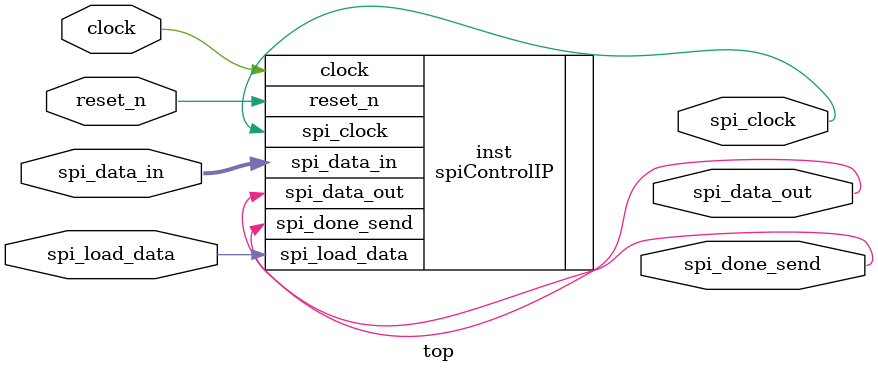
<source format=v>
`timescale 1ns / 1ps

module top(
input  clock, //clock (100 MHz)
input  reset_n,
input [7:0] spi_data_in,
input  spi_load_data,
output spi_done_send,
output spi_clock,//10MHz max
output spi_data_out
);

spiControlIP inst(
.clock(clock), //clock (100 MHz)
.reset_n(reset_n),
.spi_data_in(spi_data_in),
.spi_load_data(spi_load_data),
.spi_done_send(spi_done_send),
.spi_clock(spi_clock),//10MHz max
.spi_data_out(spi_data_out)
);
   
endmodule
</source>
